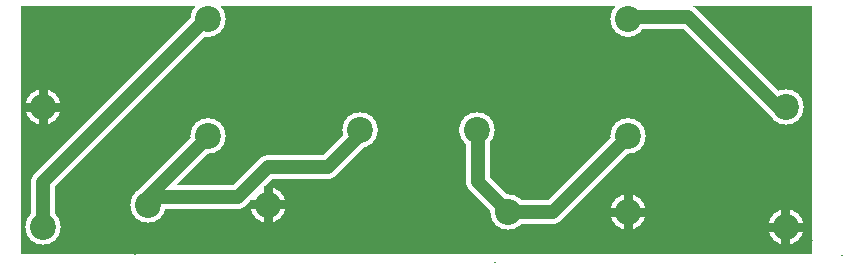
<source format=gbr>
%FSLAX34Y34*%
%MOMM*%
%LNCOPPER_BOTTOM*%
G71*
G01*
%ADD10C,3.000*%
%ADD11C,3.000*%
%ADD12C,2.000*%
%ADD13C,0.733*%
%ADD14C,2.200*%
%ADD15C,0.144*%
%ADD16C,2.200*%
%ADD17C,1.200*%
%LPD*%
G36*
X0Y1000000D02*
X670000Y1000000D01*
X670000Y790000D01*
X0Y790000D01*
X0Y1000000D01*
G37*
%LPC*%
X19050Y914400D02*
G54D10*
D03*
X19050Y812800D02*
G54D10*
D03*
X158750Y890350D02*
G54D11*
D03*
X158750Y989250D02*
G54D11*
D03*
X209550Y831850D02*
G54D10*
D03*
X107950Y831850D02*
G54D10*
D03*
X287100Y895350D02*
G54D11*
D03*
X386000Y895350D02*
G54D11*
D03*
X514350Y825500D02*
G54D10*
D03*
X412750Y825500D02*
G54D10*
D03*
X514350Y890350D02*
G54D11*
D03*
X514350Y989250D02*
G54D11*
D03*
X647700Y914400D02*
G54D10*
D03*
X647700Y812800D02*
G54D10*
D03*
X19050Y914400D02*
G54D11*
D03*
X209550Y831850D02*
G54D11*
D03*
X514350Y825500D02*
G54D11*
D03*
X647700Y812800D02*
G54D11*
D03*
G54D12*
X158750Y984250D02*
X158750Y990600D01*
X19050Y850900D01*
X19050Y812800D01*
G54D12*
X107950Y831850D02*
X107950Y838200D01*
X158750Y889000D01*
X158750Y895350D01*
G54D12*
X292100Y895350D02*
X285750Y889000D01*
X260350Y863600D01*
X209550Y863600D01*
X184150Y838200D01*
X107950Y838200D01*
X107950Y831850D01*
G54D12*
X412750Y825500D02*
X387350Y850900D01*
X387350Y889000D01*
X381000Y895350D01*
G54D12*
X514350Y895350D02*
X514350Y889000D01*
X450850Y825500D01*
X412750Y825500D01*
G54D12*
X647700Y914400D02*
X641350Y914400D01*
X565150Y990600D01*
X514350Y990600D01*
X514350Y984250D01*
%LPD*%
G54D13*
G36*
X15383Y914400D02*
X15383Y929900D01*
X22717Y929900D01*
X22717Y914400D01*
X15383Y914400D01*
G37*
G36*
X19050Y918067D02*
X34550Y918067D01*
X34550Y910733D01*
X19050Y910733D01*
X19050Y918067D01*
G37*
G36*
X22717Y914400D02*
X22717Y898900D01*
X15383Y898900D01*
X15383Y914400D01*
X22717Y914400D01*
G37*
G36*
X19050Y910733D02*
X3550Y910733D01*
X3550Y918067D01*
X19050Y918067D01*
X19050Y910733D01*
G37*
G54D13*
G36*
X205883Y831850D02*
X205883Y847350D01*
X213217Y847350D01*
X213217Y831850D01*
X205883Y831850D01*
G37*
G36*
X209550Y835517D02*
X225050Y835517D01*
X225050Y828183D01*
X209550Y828183D01*
X209550Y835517D01*
G37*
G36*
X213217Y831850D02*
X213217Y816350D01*
X205883Y816350D01*
X205883Y831850D01*
X213217Y831850D01*
G37*
G36*
X209550Y828183D02*
X194050Y828183D01*
X194050Y835517D01*
X209550Y835517D01*
X209550Y828183D01*
G37*
G54D13*
G36*
X510683Y825500D02*
X510683Y841000D01*
X518017Y841000D01*
X518017Y825500D01*
X510683Y825500D01*
G37*
G36*
X514350Y829167D02*
X529850Y829167D01*
X529850Y821833D01*
X514350Y821833D01*
X514350Y829167D01*
G37*
G36*
X518017Y825500D02*
X518017Y810000D01*
X510683Y810000D01*
X510683Y825500D01*
X518017Y825500D01*
G37*
G36*
X514350Y821833D02*
X498850Y821833D01*
X498850Y829167D01*
X514350Y829167D01*
X514350Y821833D01*
G37*
G54D13*
G36*
X644033Y812800D02*
X644033Y828300D01*
X651367Y828300D01*
X651367Y812800D01*
X644033Y812800D01*
G37*
G36*
X647700Y816467D02*
X663200Y816467D01*
X663200Y809133D01*
X647700Y809133D01*
X647700Y816467D01*
G37*
G36*
X651367Y812800D02*
X651367Y797300D01*
X644033Y797300D01*
X644033Y812800D01*
X651367Y812800D01*
G37*
G36*
X647700Y809133D02*
X632200Y809133D01*
X632200Y816467D01*
X647700Y816467D01*
X647700Y809133D01*
G37*
X19050Y914400D02*
G54D14*
D03*
X19050Y812800D02*
G54D14*
D03*
G54D15*
X60900Y801650D02*
X60900Y801650D01*
G54D15*
X41400Y801650D02*
X41400Y801650D01*
X158750Y890350D02*
G54D16*
D03*
X158750Y989250D02*
G54D16*
D03*
X209550Y831850D02*
G54D14*
D03*
X107950Y831850D02*
G54D14*
D03*
G54D15*
X96800Y790000D02*
X96800Y790000D01*
G54D15*
X96800Y809500D02*
X96800Y809500D01*
X287100Y895350D02*
G54D16*
D03*
X386000Y895350D02*
G54D16*
D03*
X514350Y825500D02*
G54D14*
D03*
X412750Y825500D02*
G54D14*
D03*
G54D15*
X401600Y783650D02*
X401600Y783650D01*
G54D15*
X401600Y803150D02*
X401600Y803150D01*
X514350Y890350D02*
G54D16*
D03*
X514350Y989250D02*
G54D16*
D03*
X647700Y914400D02*
G54D14*
D03*
X647700Y812800D02*
G54D14*
D03*
G54D15*
X695568Y789343D02*
X695568Y789343D01*
G54D15*
X670050Y801650D02*
X670050Y801650D01*
X19050Y914400D02*
G54D16*
D03*
X209550Y831850D02*
G54D16*
D03*
X514350Y825500D02*
G54D16*
D03*
X647700Y812800D02*
G54D16*
D03*
G54D17*
X158750Y984250D02*
X158750Y990600D01*
X19050Y850900D01*
X19050Y812800D01*
G54D17*
X107950Y831850D02*
X107950Y838200D01*
X158750Y889000D01*
X158750Y895350D01*
G54D17*
X292100Y895350D02*
X285750Y889000D01*
X260350Y863600D01*
X209550Y863600D01*
X184150Y838200D01*
X107950Y838200D01*
X107950Y831850D01*
G54D17*
X412750Y825500D02*
X387350Y850900D01*
X387350Y889000D01*
X381000Y895350D01*
G54D17*
X514350Y895350D02*
X514350Y889000D01*
X450850Y825500D01*
X412750Y825500D01*
G54D17*
X647700Y914400D02*
X641350Y914400D01*
X565150Y990600D01*
X514350Y990600D01*
X514350Y984250D01*
M02*

</source>
